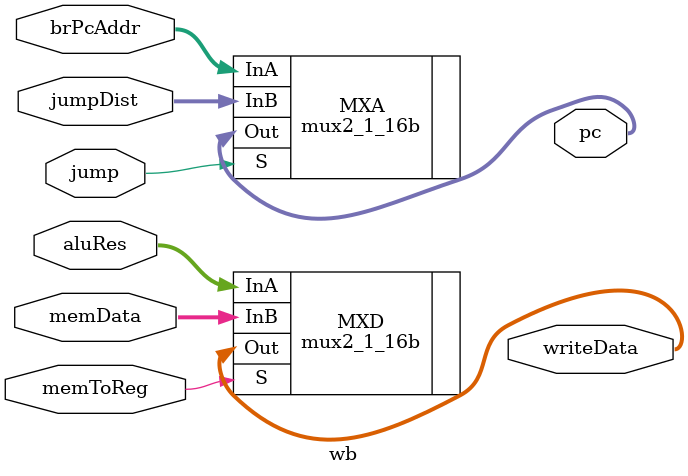
<source format=v>
/*
   CS/ECE 552 Spring '20
  
   Filename        : wb.v
   Description     : This is the module for the overall Write Back stage of the processor.
*/
module wb(aluRes, memData, memToReg, brPcAddr, jumpDist, jump, writeData, pc);
    // TODO: Your code here
    input [15:0] aluRes;
    input [15:0] memData;
    input memToReg;            
    input [15:0] brPcAddr;
    input [15:0] jumpDist;
    input jump;                
    
    output [15:0] writeData;
    output [15:0] pc;          
    
    mux2_1_16b MXD(.InA(aluRes), .InB(memData), .S(memToReg), .Out(writeData));
    mux2_1_16b MXA(.InA(brPcAddr), .InB(jumpDist), .S(jump), .Out(pc));
    

endmodule


</source>
